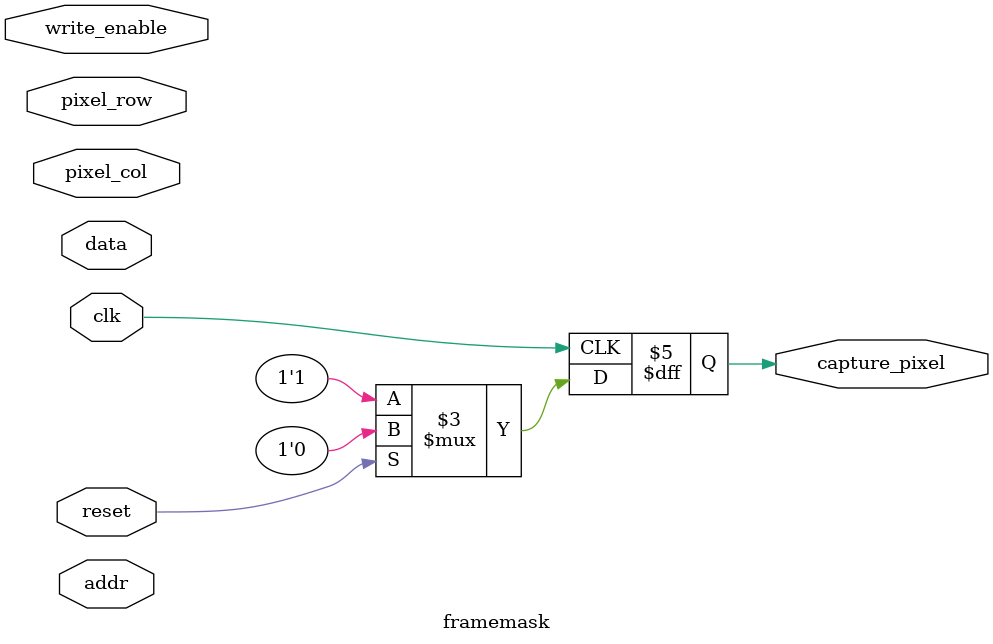
<source format=v>

`define RESOLUTION 112

module framemask (
    input wire clk,
    input wire reset,

    input wire write_enable,
    input wire [9:0] addr,
    input wire [15:0] data,

    input wire [6:0] pixel_row,
    input wire [6:0] pixel_col,
    output reg capture_pixel
    );

    always @(posedge clk) begin
        if (reset) begin  
            capture_pixel <= 0;
        end else begin
            capture_pixel <= 1;
        end
    end

    /*

    // NOTE: there are two ways to create this module
    // the desired way is to keep an array of 112x112 bits internally
    //  this would allow the outputs to the stonyman controller to be
    //  the next row and column desired
    //  this would also take up A LOT of space. And is probably unrealistic
    // the realistic way is to create a two-ported ram and allow data to enter
    //  it from the apb controller and to be read from this module. This is
    //  slower, but probably acceptable

    integer i, j;
    genvar k;

    reg [(`RESOLUTION*`RESOLUTION-1):0] mask;
    reg [(`RESOLUTION*`RESOLUTION-1):0] mask_nxt;

    // Set mask data
    always @(*) begin
        mask_nxt = mask;
        
        if (mask_write) begin
            mask_nxt = mask | ({12544{1'b1}} & (mask_data << mask_row*`RESOLUTION+32*mask_col));
        end
    end

    // Determine capture locations
    always @(*) begin
        pixel_valid = 0;

        for (i=(`RESOLUTION-1); i>pixel_row; i=i-1) begin
            for (j=(`RESOLUTION-1); j>=0; j=j-1) begin
                if (mask[i*`RESOLUTION+j]) begin
                    pixel_valid = 1;
                    next_row = i;
                    next_col = j;
                end
            end
        end

        for (j=(`RESOLUTION-1); j>pixel_col; j=j-1) begin
            if (mask[pixel_row*`RESOLUTION+j]) begin
                pixel_valid = 1;
                next_row = pixel_row;
                next_col = j;
            end
        end
    end

    always @(posedge clk) begin
        if (reset) begin
            mask <= 0;
        end else begin
            mask <= mask_nxt;
        end
    end
    */
endmodule


</source>
